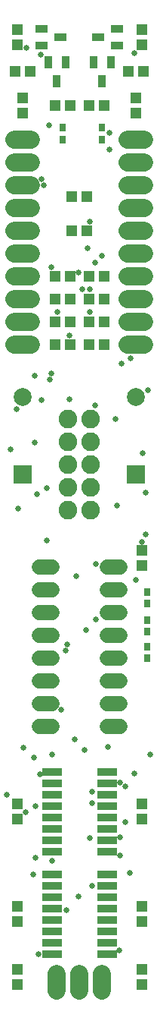
<source format=gts>
G04 EAGLE Gerber RS-274X export*
G75*
%MOMM*%
%FSLAX34Y34*%
%LPD*%
%INSoldermask Top*%
%IPPOS*%
%AMOC8*
5,1,8,0,0,1.08239X$1,22.5*%
G01*
%ADD10R,2.235200X0.863600*%
%ADD11C,1.666238*%
%ADD12R,1.426700X0.828000*%
%ADD13R,1.303200X1.203200*%
%ADD14R,0.703200X0.903200*%
%ADD15R,2.003200X2.003200*%
%ADD16C,2.003200*%
%ADD17C,2.082800*%
%ADD18C,2.032000*%
%ADD19R,1.203200X1.303200*%
%ADD20R,0.828000X1.426700*%
%ADD21C,0.655600*%


D10*
X70866Y349250D03*
X132334Y349250D03*
X70866Y336550D03*
X70866Y323850D03*
X132334Y336550D03*
X132334Y323850D03*
X70866Y311150D03*
X132334Y311150D03*
X70866Y298450D03*
X132334Y298450D03*
X70866Y285750D03*
X70866Y273050D03*
X132334Y285750D03*
X132334Y273050D03*
X70866Y260350D03*
X132334Y260350D03*
D11*
X70815Y577850D02*
X56185Y577850D01*
X56185Y552450D02*
X70815Y552450D01*
X70815Y425450D02*
X56185Y425450D01*
X56185Y400050D02*
X70815Y400050D01*
X70815Y527050D02*
X56185Y527050D01*
X56185Y501650D02*
X70815Y501650D01*
X70815Y450850D02*
X56185Y450850D01*
X56185Y476250D02*
X70815Y476250D01*
X132385Y400050D02*
X147015Y400050D01*
X147015Y425450D02*
X132385Y425450D01*
X132385Y450850D02*
X147015Y450850D01*
X147015Y476250D02*
X132385Y476250D01*
X132385Y501650D02*
X147015Y501650D01*
X147015Y527050D02*
X132385Y527050D01*
X132385Y552450D02*
X147015Y552450D01*
X147015Y577850D02*
X132385Y577850D01*
D12*
X59210Y1177900D03*
X59210Y1158900D03*
X80490Y1168400D03*
D13*
X38100Y1083700D03*
X38100Y1100700D03*
D14*
X82550Y1067450D03*
X82550Y1054450D03*
D15*
X165100Y680650D03*
D16*
X165100Y767150D03*
D15*
X38100Y680650D03*
D16*
X38100Y767150D03*
D10*
X70866Y234950D03*
X132334Y234950D03*
X70866Y222250D03*
X70866Y209550D03*
X132334Y222250D03*
X132334Y209550D03*
X70866Y196850D03*
X132334Y196850D03*
X70866Y184150D03*
X132334Y184150D03*
X70866Y171450D03*
X70866Y158750D03*
X132334Y171450D03*
X132334Y158750D03*
X70866Y146050D03*
X132334Y146050D03*
D17*
X88900Y641350D03*
X114300Y641350D03*
X88900Y666750D03*
X114300Y666750D03*
X88900Y692150D03*
X114300Y692150D03*
X88900Y717550D03*
X114300Y717550D03*
X88900Y742950D03*
X114300Y742950D03*
D18*
X47244Y825500D02*
X28956Y825500D01*
X28956Y850900D02*
X47244Y850900D01*
X47244Y876300D02*
X28956Y876300D01*
X28956Y901700D02*
X47244Y901700D01*
X47244Y927100D02*
X28956Y927100D01*
X28956Y952500D02*
X47244Y952500D01*
X47244Y977900D02*
X28956Y977900D01*
X28956Y1003300D02*
X47244Y1003300D01*
X47244Y1028700D02*
X28956Y1028700D01*
X28956Y1054100D02*
X47244Y1054100D01*
X155956Y825500D02*
X174244Y825500D01*
X174244Y850900D02*
X155956Y850900D01*
X155956Y876300D02*
X174244Y876300D01*
X174244Y901700D02*
X155956Y901700D01*
X155956Y927100D02*
X174244Y927100D01*
X174244Y952500D02*
X155956Y952500D01*
X155956Y977900D02*
X174244Y977900D01*
X174244Y1003300D02*
X155956Y1003300D01*
X155956Y1028700D02*
X174244Y1028700D01*
X174244Y1054100D02*
X155956Y1054100D01*
D19*
X91050Y901700D03*
X74050Y901700D03*
X112150Y901700D03*
X129150Y901700D03*
X91050Y876300D03*
X74050Y876300D03*
X91050Y850900D03*
X74050Y850900D03*
X91050Y825500D03*
X74050Y825500D03*
D13*
X31750Y129150D03*
X31750Y112150D03*
D19*
X112150Y876300D03*
X129150Y876300D03*
X112150Y850900D03*
X129150Y850900D03*
X112150Y825500D03*
X129150Y825500D03*
D13*
X171450Y129150D03*
X171450Y112150D03*
D18*
X76200Y105156D02*
X76200Y123444D01*
X101600Y123444D02*
X101600Y105156D01*
X127000Y105156D02*
X127000Y123444D01*
D20*
X85700Y1140940D03*
X66700Y1140940D03*
X76200Y1119660D03*
D19*
X46600Y1130300D03*
X29600Y1130300D03*
X74050Y1092200D03*
X91050Y1092200D03*
D13*
X31750Y1159900D03*
X31750Y1176900D03*
D14*
X177800Y475600D03*
X177800Y488600D03*
D12*
X143990Y1158900D03*
X143990Y1177900D03*
X122710Y1168400D03*
D13*
X165100Y1083700D03*
X165100Y1100700D03*
D14*
X127000Y1067450D03*
X127000Y1054450D03*
D20*
X136500Y1140940D03*
X117500Y1140940D03*
X127000Y1119660D03*
D19*
X173600Y1130300D03*
X156600Y1130300D03*
X129150Y1092200D03*
X112150Y1092200D03*
D13*
X171450Y1159900D03*
X171450Y1176900D03*
D19*
X171450Y578875D03*
X171450Y595875D03*
X171450Y296300D03*
X171450Y313300D03*
X31750Y296300D03*
X31750Y313300D03*
X171450Y182000D03*
X171450Y199000D03*
X31750Y182000D03*
X31750Y199000D03*
D14*
X177800Y518175D03*
X177800Y505175D03*
X177800Y549925D03*
X177800Y536925D03*
D13*
X93100Y990600D03*
X110100Y990600D03*
D19*
X110100Y952500D03*
X93100Y952500D03*
D21*
X53721Y658368D03*
X58293Y1148715D03*
X115697Y314579D03*
X126873Y924687D03*
X118872Y916686D03*
X41148Y304038D03*
X52578Y310896D03*
X86868Y195072D03*
X68580Y786384D03*
X105156Y886968D03*
X141732Y742950D03*
X172593Y704088D03*
X147447Y337185D03*
X147447Y275971D03*
X113157Y275463D03*
X113157Y886968D03*
X120015Y580644D03*
X120015Y518922D03*
X133731Y377190D03*
X163449Y347472D03*
X115697Y222250D03*
X76581Y861822D03*
X59436Y763524D03*
X88011Y491490D03*
X70866Y368046D03*
X90297Y835533D03*
X144018Y645795D03*
X176022Y613791D03*
X115697Y327152D03*
X51435Y790956D03*
X24003Y708660D03*
X96012Y385191D03*
X107442Y373761D03*
X113157Y861822D03*
X98298Y566928D03*
X85725Y484632D03*
X52578Y253492D03*
X51435Y716661D03*
X38862Y376047D03*
X50292Y364617D03*
X100584Y210312D03*
X158877Y810387D03*
X180594Y368046D03*
X70866Y249428D03*
X57150Y346075D03*
X81153Y418338D03*
X30861Y753237D03*
X153162Y292608D03*
X153162Y332613D03*
X108585Y507492D03*
X90297Y764667D03*
X146304Y149987D03*
X147447Y256032D03*
X100584Y906399D03*
X65151Y665226D03*
X65151Y606933D03*
X56007Y145923D03*
X49657Y234950D03*
X19939Y323469D03*
X113157Y962406D03*
X67437Y1069848D03*
X42291Y1156716D03*
X33147Y642366D03*
X61722Y1003554D03*
X134874Y1061847D03*
X163449Y1151001D03*
X178308Y774954D03*
X134874Y1043559D03*
X59436Y1010412D03*
X171450Y605790D03*
X69723Y912114D03*
X69723Y793242D03*
X118872Y757809D03*
X157734Y236601D03*
X164592Y563499D03*
X176022Y660654D03*
X148590Y804672D03*
X110871Y932688D03*
M02*

</source>
